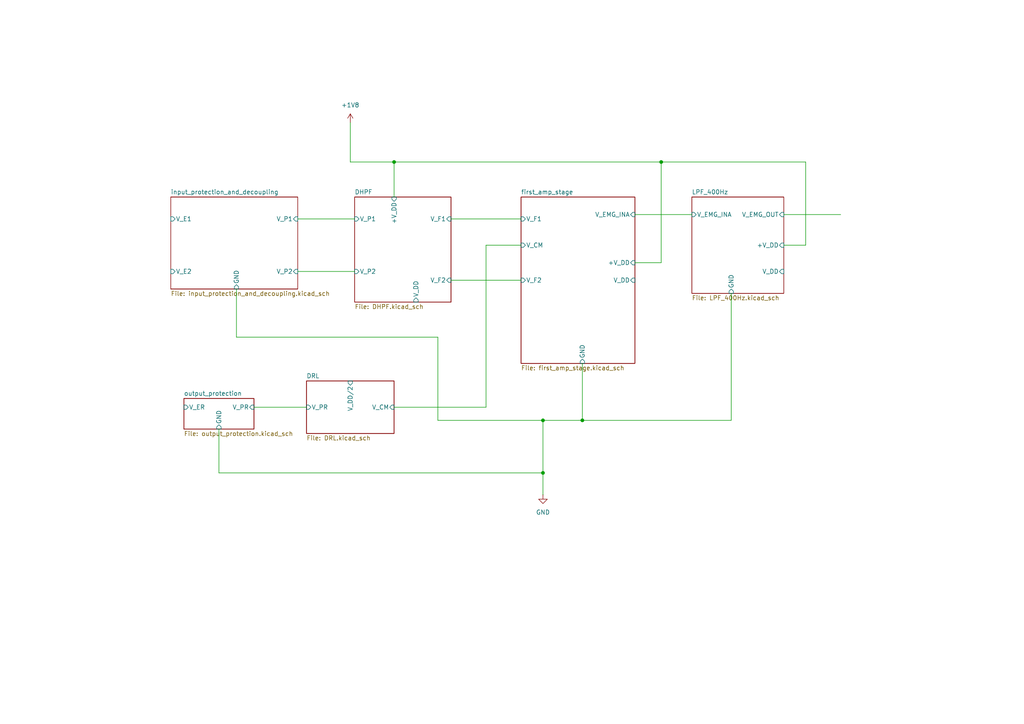
<source format=kicad_sch>
(kicad_sch (version 20231120) (generator "eeschema") (generator_version "8.0")
  (paper "A4")
  (lib_symbols
    (symbol "power:+1V8" (power) (pin_numbers hide) (pin_names (offset 0) hide)
      (property "Value" "+1V8" (at 0 3.556 0))
      (symbol "+1V8_0_1"
        (polyline (pts (xy -0.762 1.27) (xy 0 2.54)))
        (polyline (pts (xy 0 0) (xy 0 2.54)))
        (polyline (pts (xy 0 2.54) (xy 0.762 1.27)))
      )
      (symbol "+1V8_1_1"
        (pin power_in line (at 0 0 90) (length 0) (name "~") (number "1"))
      )
    )
    (symbol "power:GND" (power) (pin_numbers hide) (pin_names (offset 0) hide)
      (property "Value" "GND" (at 0 -3.81 0))
      (symbol "GND_0_1"
        (polyline (pts (xy 0 0) (xy 0 -1.27) (xy 1.27 -1.27) (xy 0 -2.54) (xy -1.27 -1.27) (xy 0 -1.27)))
      )
      (symbol "GND_1_1"
        (pin power_in line (at 0 0 270) (length 0) (name "~") (number "1"))
      )
    )
  )
  (junction (at 191.77 46.99))
  (junction (at 157.48 137.16))
  (junction (at 114.3 46.99))
  (junction (at 168.91 121.92))
  (junction (at 157.48 121.92))
  (wire (pts (xy 191.77 46.99) (xy 191.77 76.2)))
  (wire (pts (xy 114.3 46.99) (xy 191.77 46.99)))
  (wire (pts (xy 227.33 62.23) (xy 243.84 62.23)))
  (wire (pts (xy 101.6 46.99) (xy 114.3 46.99)))
  (wire (pts (xy 86.36 78.74) (xy 102.87 78.74)))
  (wire (pts (xy 86.36 63.5) (xy 102.87 63.5)))
  (wire (pts (xy 157.48 121.92) (xy 168.91 121.92)))
  (wire (pts (xy 212.09 121.92) (xy 212.09 85.09)))
  (wire (pts (xy 140.97 118.11) (xy 140.97 71.12)))
  (wire (pts (xy 157.48 121.92) (xy 127 121.92)))
  (wire (pts (xy 68.58 97.79) (xy 68.58 83.82)))
  (wire (pts (xy 130.81 63.5) (xy 151.13 63.5)))
  (wire (pts (xy 168.91 121.92) (xy 212.09 121.92)))
  (wire (pts (xy 101.6 35.56) (xy 101.6 46.99)))
  (wire (pts (xy 184.15 62.23) (xy 200.66 62.23)))
  (wire (pts (xy 63.5 137.16) (xy 63.5 124.46)))
  (wire (pts (xy 168.91 121.92) (xy 168.91 105.41)))
  (wire (pts (xy 127 121.92) (xy 127 97.79)))
  (wire (pts (xy 233.68 46.99) (xy 233.68 71.12)))
  (wire (pts (xy 157.48 137.16) (xy 157.48 121.92)))
  (wire (pts (xy 191.77 76.2) (xy 184.15 76.2)))
  (wire (pts (xy 157.48 143.51) (xy 157.48 137.16)))
  (wire (pts (xy 73.66 118.11) (xy 88.9 118.11)))
  (wire (pts (xy 233.68 71.12) (xy 227.33 71.12)))
  (wire (pts (xy 130.81 81.28) (xy 151.13 81.28)))
  (wire (pts (xy 114.3 118.11) (xy 140.97 118.11)))
  (wire (pts (xy 191.77 46.99) (xy 233.68 46.99)))
  (wire (pts (xy 127 97.79) (xy 68.58 97.79)))
  (wire (pts (xy 114.3 46.99) (xy 114.3 57.15)))
  (wire (pts (xy 140.97 71.12) (xy 151.13 71.12)))
  (wire (pts (xy 157.48 137.16) (xy 63.5 137.16)))
  (symbol (lib_id "power:+1V8") (at 101.6 35.56 0) (unit 1)
    (property "Reference" "#PWR03" (effects (hide yes)))
    (property "Value" "+1V8" (at 101.6 30.48 0))
    (property "Description" "Power symbol creates a global label with name \"+1V8\"" (effects (hide yes)))
  )
  (symbol (lib_id "power:GND") (at 157.48 143.51 0) (unit 1)
    (property "Reference" "#PWR01" (effects (hide yes)))
    (property "Value" "GND" (at 157.48 148.59 0))
    (property "Description" "Power symbol creates a global label with name \"GND\" , ground" (effects (hide yes)))
  )
  (sheet (at 53.34 115.57) (size 20.32 8.89) (stroke (width 0.1524))
    (property "Sheetname" "output_protection" (at 53.34 114.8584 0) (effects (justify left bottom)))
    (property "Sheetfile" "output_protection.kicad_sch" (at 53.34 125.0446 0) (effects (justify left top)))
    (pin "V_PR" input (at 73.66 118.11 0))
    (pin "V_ER" input (at 53.34 118.11 180))
    (pin "GND" input (at 63.5 124.46 270))
  )
  (sheet (at 88.9 110.49) (size 25.4 15.24) (stroke (width 0.1524))
    (property "Sheetname" "DRL" (at 88.9 109.7784 0) (effects (justify left bottom)))
    (property "Sheetfile" "DRL.kicad_sch" (at 88.9 126.3146 0) (effects (justify left top)))
    (pin "V_DD{slash}2" input (at 101.6 110.49 90))
    (pin "V_CM" input (at 114.3 118.11 0))
    (pin "V_PR" input (at 88.9 118.11 180))
  )
  (sheet (at 151.13 57.15) (size 33.02 48.26) (stroke (width 0.1524))
    (property "Sheetname" "first_amp_stage" (at 151.13 56.4384 0) (effects (justify left bottom)))
    (property "Sheetfile" "first_amp_stage.kicad_sch" (at 151.13 105.9946 0) (effects (justify left top)))
    (pin "V_CM" input (at 151.13 71.12 180))
    (pin "V_EMG_INA" input (at 184.15 62.23 0))
    (pin "V_F2" input (at 151.13 81.28 180))
    (pin "V_F1" input (at 151.13 63.5 180))
    (pin "+V_DD" input (at 184.15 76.2 0))
    (pin "V_DD" input (at 184.15 81.28 0))
    (pin "GND" input (at 168.91 105.41 270))
  )
  (sheet (at 49.53 57.15) (size 36.83 26.67) (stroke (width 0.1524))
    (property "Sheetname" "input_protection_and_decoupling" (at 49.53 56.4384 0) (effects (justify left bottom)))
    (property "Sheetfile" "input_protection_and_decoupling.kicad_sch" (at 49.53 84.4046 0) (effects (justify left top)))
    (pin "V_E1" input (at 49.53 63.5 180))
    (pin "V_P1" input (at 86.36 63.5 0))
    (pin "V_P2" input (at 86.36 78.74 0))
    (pin "V_E2" input (at 49.53 78.74 180))
    (pin "GND" input (at 68.58 83.82 270))
  )
  (sheet (at 200.66 57.15) (size 26.67 27.94) (stroke (width 0.1524))
    (property "Sheetname" "LPF_400Hz" (at 200.66 56.4384 0) (effects (justify left bottom)))
    (property "Sheetfile" "LPF_400Hz.kicad_sch" (at 200.66 85.6746 0) (effects (justify left top)))
    (pin "V_EMG_OUT" input (at 227.33 62.23 0))
    (pin "V_EMG_INA" input (at 200.66 62.23 180))
    (pin "+V_DD" input (at 227.33 71.12 0))
    (pin "V_DD" input (at 227.33 78.74 0))
    (pin "GND" input (at 212.09 85.09 270))
  )
  (sheet (at 102.87 57.15) (size 27.94 30.48) (stroke (width 0.1524))
    (property "Sheetname" "DHPF" (at 102.87 56.4384 0) (effects (justify left bottom)))
    (property "Sheetfile" "DHPF.kicad_sch" (at 102.87 88.2146 0) (effects (justify left top)))
    (pin "V_F2" input (at 130.81 81.28 0))
    (pin "V_F1" input (at 130.81 63.5 0))
    (pin "V_P1" input (at 102.87 63.5 180))
    (pin "V_P2" input (at 102.87 78.74 180))
    (pin "+V_DD" input (at 114.3 57.15 90))
    (pin "V_DD" input (at 120.65 87.63 270))
  )
)
</source>
